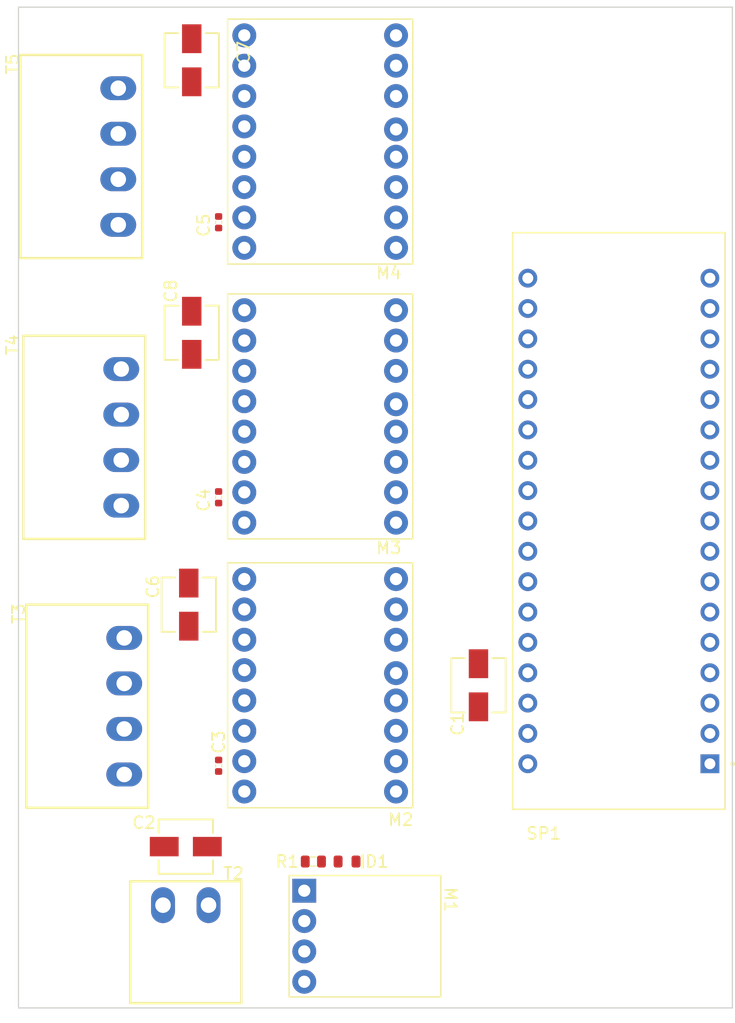
<source format=kicad_pcb>
(kicad_pcb (version 20211014) (generator pcbnew)
  (layers (0 "F.Cu" signal) (31 "B.Cu" signal) (34 "B.Paste" user) (35 "F.Paste" user) (36 "B.SilkS" user "B.Silkscreen") (37 "F.SilkS" user "F.Silkscreen") (38 "B.Mask" user) (39 "F.Mask" user) (44 "Edge.Cuts" user))
  (net 0 "")
  (net 1 "+12V")
  (net 2 "GND")
  (net 3 "+24V")
  (net 4 "+3V3")
  (net 5 "Net-(D1-Pad1)")
  (net 7 "/SPI_SDO")
  (net 8 "/SPI_CS0")
  (net 10 "/DRV1_STEP")
  (net 11 "/DRV1_DIR")
  (net 12 "/SPI_SDI")
  (net 13 "/SPI_SCK")
  (net 14 "/ENABLE")
  (net 15 "Net-(M2-Pad13)")
  (net 16 "Net-(M2-Pad11)")
  (net 17 "Net-(M2-Pad14)")
  (net 18 "Net-(M2-Pad12)")
  (net 19 "/SPI_CS1")
  (net 21 "/DRV2_STEP")
  (net 22 "/DRV2_DIR")
  (net 23 "Net-(M3-Pad13)")
  (net 24 "Net-(M3-Pad11)")
  (net 25 "Net-(M3-Pad14)")
  (net 26 "Net-(M3-Pad12)")
  (net 27 "/SPI_CS2")
  (net 29 "/DRV3_STEP")
  (net 30 "/DRV3_DIR")
  (net 31 "Net-(M4-Pad13)")
  (net 32 "Net-(M4-Pad11)")
  (net 33 "Net-(M4-Pad14)")
  (net 34 "Net-(M4-Pad12)")
  (net 36 "/UART_TX")
  (net 37 "/UART_RX")
  (net 38 "/SYS_RESET")
  (net 39 "/MASTER_STEP")
  (net 40 "/MASTER_DIR")
  (footprint "AVR-KiCAD-Lib-Diodes:LED0603" (layer "F.Cu") (at 152.25 116.5)
    (fp_text reference "D1" (at 2.5 0) (layer "F.SilkS"))
    (fp_text value "LTST-C194KGKT")
    (fp_line (start 1.3 -0.5) (end 1.3 0.5) (layer "F.SilkS") (width 0.2))
    (pad "1" smd roundrect locked (at -0.75 0) (size 0.75 1) (layers "F.Cu" "F.Paste" "F.Mask") (net 5 "Net-(D1-Pad1)"))
    (pad "2" smd roundrect locked (at 0.75 0) (size 0.75 1) (layers "F.Cu" "F.Paste" "F.Mask") (net 2 "GND"))
  )
  (footprint "AVR-KiCAD-Lib-Capacitors:UCM1C470MCL1GS" (layer "F.Cu") (at 139 95 -90)
    (fp_text reference "C6" (at -1.5 3 90) (layer "F.SilkS"))
    (fp_text value "UCM1C470MCL1GS" hide)
    (fp_line (start 2.2733 -2.2733) (end -2.2733 -2.2733) (layer "F.SilkS") (width 0.1524))
    (fp_line (start -2.2733 1.14554) (end -2.2733 2.2733) (layer "F.SilkS") (width 0.1524))
    (fp_line (start -2.2733 -2.2733) (end -2.2733 -1.14554) (layer "F.SilkS") (width 0.1524))
    (fp_line (start 2.2733 2.2733) (end 2.2733 1.14554) (layer "F.SilkS") (width 0.1524))
    (fp_line (start -2.2733 2.2733) (end 2.2733 2.2733) (layer "F.SilkS") (width 0.1524))
    (fp_line (start 2.2733 -1.14554) (end 2.2733 -2.2733) (layer "F.SilkS") (width 0.1524))
    (pad "1" smd rect locked (at -1.8034 0 270) (size 2.413 1.6256) (layers "F.Cu" "F.Paste" "F.Mask") (net 3 "+24V"))
    (pad "2" smd rect locked (at 1.8034 0 270) (size 2.413 1.6256) (layers "F.Cu" "F.Paste" "F.Mask") (net 2 "GND"))
  )
  (footprint "AVR-KiCAD-Lib-Resistors:R0603" (layer "F.Cu") (at 149.43 116.5)
    (fp_text reference "R1" (at -2.18 0) (layer "F.SilkS"))
    (fp_text value "AT0603FRE0710KL")
    (fp_line (start -0.254 0.381) (end 0.254 0.381) (layer "F.SilkS") (width 0.1))
    (fp_line (start -0.254 -0.381) (end 0.254 -0.381) (layer "F.SilkS") (width 0.1))
    (pad "1" smd roundrect locked (at -0.68 0) (size 0.74 1) (layers "F.Cu" "F.Paste" "F.Mask") (net 1 "+12V"))
    (pad "2" smd roundrect locked (at 0.68 0) (size 0.74 1) (layers "F.Cu" "F.Paste" "F.Mask") (net 5 "Net-(D1-Pad1)"))
  )
  (footprint "AVR-KiCAD-Lib-Capacitors:UCM1C470MCL1GS" (layer "F.Cu") (at 139.25 72.25 -90)
    (fp_text reference "C8" (at -3.5 1.75 90) (layer "F.SilkS"))
    (fp_text value "UCM1C470MCL1GS" hide)
    (fp_line (start -2.2733 1.14554) (end -2.2733 2.2733) (layer "F.SilkS") (width 0.1524))
    (fp_line (start 2.2733 -1.14554) (end 2.2733 -2.2733) (layer "F.SilkS") (width 0.1524))
    (fp_line (start -2.2733 -2.2733) (end -2.2733 -1.14554) (layer "F.SilkS") (width 0.1524))
    (fp_line (start -2.2733 2.2733) (end 2.2733 2.2733) (layer "F.SilkS") (width 0.1524))
    (fp_line (start 2.2733 -2.2733) (end -2.2733 -2.2733) (layer "F.SilkS") (width 0.1524))
    (fp_line (start 2.2733 2.2733) (end 2.2733 1.14554) (layer "F.SilkS") (width 0.1524))
    (pad "1" smd rect locked (at -1.8034 0 270) (size 2.413 1.6256) (layers "F.Cu" "F.Paste" "F.Mask") (net 3 "+24V"))
    (pad "2" smd rect locked (at 1.8034 0 270) (size 2.413 1.6256) (layers "F.Cu" "F.Paste" "F.Mask") (net 2 "GND"))
  )
  (footprint "AVR-KiCAD-Lib-Resistors:R0402" (layer "F.Cu") (at 141.5 108.483 -90)
    (fp_text reference "C3" (at -1.983 0 90) (layer "F.SilkS"))
    (fp_text value "C0402C104K9PACTU")
    (fp_line (start -0.127 0.254) (end 0.127 0.254) (layer "F.SilkS") (width 0.1))
    (fp_line (start -0.127 -0.254) (end 0.127 -0.254) (layer "F.SilkS") (width 0.1))
    (pad "1" smd roundrect locked (at -0.483 0 270) (size 0.559 0.61) (layers "F.Cu" "F.Paste" "F.Mask") (net 4 "+3V3"))
    (pad "2" smd roundrect locked (at 0.483 0 270) (size 0.559 0.61) (layers "F.Cu" "F.Paste" "F.Mask") (net 2 "GND"))
  )
  (footprint "AVR-KiCAD-Lib-Modules:TMCSILENTSTEPSTICK_SPI" (layer "F.Cu") (at 150 79.25 180)
    (fp_text reference "M3" (at -5.75 -11) (layer "F.SilkS"))
    (fp_text value "TMCSILENTSTEPSTICK")
    (fp_line (start 7.75 10.25) (end 7.75 -10.25) (layer "F.SilkS") (width 0.12))
    (fp_line (start -7.75 -10.25) (end -7.75 10.25) (layer "F.SilkS") (width 0.12))
    (fp_line (start 7.75 -10.25) (end -7.75 -10.25) (layer "F.SilkS") (width 0.12))
    (fp_line (start -7.75 10.25) (end 7.75 10.25) (layer "F.SilkS") (width 0.12))
    (pad "1" thru_hole circle locked (at -6.35 -8.89 180) (size 2 2) (drill 1.02) (layers *.Cu *.Mask) (net 22 "/DRV2_DIR"))
    (pad "2" thru_hole circle locked (at -6.35 -6.35 180) (size 2 2) (drill 1.02) (layers *.Cu *.Mask) (net 21 "/DRV2_STEP"))
    (pad "3" thru_hole circle locked (at -6.35 -3.81 180) (size 2 2) (drill 1.02) (layers *.Cu *.Mask))
    (pad "4" thru_hole circle locked (at -6.35 -1.27 180) (size 2 2) (drill 1.02) (layers *.Cu *.Mask) (net 7 "/SPI_SDO"))
    (pad "5" thru_hole circle locked (at -6.35 1.02 180) (size 2 2) (drill 1.02) (layers *.Cu *.Mask) (net 19 "/SPI_CS1"))
    (pad "6" thru_hole circle locked (at -6.35 3.81 180) (size 2 2) (drill 1.02) (layers *.Cu *.Mask) (net 12 "/SPI_SDI"))
    (pad "7" thru_hole circle locked (at -6.35 6.35 180) (size 2 2) (drill 1.02) (layers *.Cu *.Mask) (net 13 "/SPI_SCK"))
    (pad "8" thru_hole circle locked (at -6.35 8.89 180) (size 2 2) (drill 1.02) (layers *.Cu *.Mask) (net 14 "/ENABLE"))
    (pad "9" thru_hole circle locked (at 6.35 8.89) (size 2 2) (drill 1.02) (layers *.Cu *.Mask) (net 3 "+24V"))
    (pad "10" thru_hole circle locked (at 6.35 6.35) (size 2 2) (drill 1.02) (layers *.Cu *.Mask) (net 2 "GND"))
    (pad "11" thru_hole circle locked (at 6.35 3.81) (size 2 2) (drill 1.02) (layers *.Cu *.Mask) (net 24 "Net-(M3-Pad11)"))
    (pad "12" thru_hole circle locked (at 6.35 1.27) (size 2 2) (drill 1.02) (layers *.Cu *.Mask) (net 26 "Net-(M3-Pad12)"))
    (pad "13" thru_hole circle locked (at 6.35 -1.27) (size 2 2) (drill 1.02) (layers *.Cu *.Mask) (net 23 "Net-(M3-Pad13)"))
    (pad "14" thru_hole circle locked (at 6.35 -3.81) (size 2 2) (drill 1.02) (layers *.Cu *.Mask) (net 25 "Net-(M3-Pad14)"))
    (pad "15" thru_hole circle locked (at 6.35 -6.35) (size 2 2) (drill 1.02) (layers *.Cu *.Mask) (net 4 "+3V3"))
    (pad "16" thru_hole circle locked (at 6.35 -8.89) (size 2 2) (drill 1.02) (layers *.Cu *.Mask) (net 2 "GND"))
  )
  (footprint "AVR-KiCAD-Lib-Capacitors:UCM1C470MCL1GS" (layer "F.Cu") (at 139.25 49.4466 -90)
    (fp_text reference "C7" (at -0.65 -4.35 90) (layer "F.SilkS"))
    (fp_text value "UCM1C470MCL1GS" hide)
    (fp_line (start -2.2733 -2.2733) (end -2.2733 -1.14554) (layer "F.SilkS") (width 0.1524))
    (fp_line (start 2.2733 2.2733) (end 2.2733 1.14554) (layer "F.SilkS") (width 0.1524))
    (fp_line (start -2.2733 2.2733) (end 2.2733 2.2733) (layer "F.SilkS") (width 0.1524))
    (fp_line (start 2.2733 -2.2733) (end -2.2733 -2.2733) (layer "F.SilkS") (width 0.1524))
    (fp_line (start -2.2733 1.14554) (end -2.2733 2.2733) (layer "F.SilkS") (width 0.1524))
    (fp_line (start 2.2733 -1.14554) (end 2.2733 -2.2733) (layer "F.SilkS") (width 0.1524))
    (pad "1" smd rect locked (at -1.8034 0 270) (size 2.413 1.6256) (layers "F.Cu" "F.Paste" "F.Mask") (net 3 "+24V"))
    (pad "2" smd rect locked (at 1.8034 0 270) (size 2.413 1.6256) (layers "F.Cu" "F.Paste" "F.Mask") (net 2 "GND"))
  )
  (footprint "AVR-KiCAD-Lib-Connectors:0395121004" (layer "F.Cu") (at 133.1 57.5 -90)
    (fp_text reference "T5" (at -7.75 8.85 90) (layer "F.SilkS"))
    (fp_text value "0395121004")
    (fp_line (start -8.5 8.2) (end 8.5 8.2) (layer "F.SilkS") (width 0.2))
    (fp_line (start 8.5 -2) (end 8.5 8.2) (layer "F.SilkS") (width 0.2))
    (fp_line (start -8.5 -2) (end 8.5 -2) (layer "F.SilkS") (width 0.2))
    (fp_line (start -8.5 -2) (end -8.5 8.2) (layer "F.SilkS") (width 0.2))
    (pad "1" thru_hole oval locked (at -5.715 0 270) (size 2 3) (drill 1.3) (layers *.Cu *.Mask) (net 32 "Net-(M4-Pad11)"))
    (pad "2" thru_hole oval locked (at -1.905 0 270) (size 2 3) (drill 1.3) (layers *.Cu *.Mask) (net 34 "Net-(M4-Pad12)"))
    (pad "3" thru_hole oval locked (at 1.905 0 270) (size 2 3) (drill 1.3) (layers *.Cu *.Mask) (net 31 "Net-(M4-Pad13)"))
    (pad "4" thru_hole oval locked (at 5.715 0 270) (size 2 3) (drill 1.3) (layers *.Cu *.Mask) (net 33 "Net-(M4-Pad14)"))
  )
  (footprint "AVR-KiCAD-Lib-Modules:TMCSILENTSTEPSTICK_SPI" (layer "F.Cu") (at 150 101.75 180)
    (fp_text reference "M2" (at -6.75 -11.25) (layer "F.SilkS"))
    (fp_text value "TMCSILENTSTEPSTICK")
    (fp_line (start -7.75 10.25) (end 7.75 10.25) (layer "F.SilkS") (width 0.12))
    (fp_line (start -7.75 -10.25) (end -7.75 10.25) (layer "F.SilkS") (width 0.12))
    (fp_line (start 7.75 10.25) (end 7.75 -10.25) (layer "F.SilkS") (width 0.12))
    (fp_line (start 7.75 -10.25) (end -7.75 -10.25) (layer "F.SilkS") (width 0.12))
    (pad "1" thru_hole circle locked (at -6.35 -8.89 180) (size 2 2) (drill 1.02) (layers *.Cu *.Mask) (net 11 "/DRV1_DIR"))
    (pad "2" thru_hole circle locked (at -6.35 -6.35 180) (size 2 2) (drill 1.02) (layers *.Cu *.Mask) (net 10 "/DRV1_STEP"))
    (pad "3" thru_hole circle locked (at -6.35 -3.81 180) (size 2 2) (drill 1.02) (layers *.Cu *.Mask))
    (pad "4" thru_hole circle locked (at -6.35 -1.27 180) (size 2 2) (drill 1.02) (layers *.Cu *.Mask) (net 7 "/SPI_SDO"))
    (pad "5" thru_hole circle locked (at -6.35 1.02 180) (size 2 2) (drill 1.02) (layers *.Cu *.Mask) (net 8 "/SPI_CS0"))
    (pad "6" thru_hole circle locked (at -6.35 3.81 180) (size 2 2) (drill 1.02) (layers *.Cu *.Mask) (net 12 "/SPI_SDI"))
    (pad "7" thru_hole circle locked (at -6.35 6.35 180) (size 2 2) (drill 1.02) (layers *.Cu *.Mask) (net 13 "/SPI_SCK"))
    (pad "8" thru_hole circle locked (at -6.35 8.89 180) (size 2 2) (drill 1.02) (layers *.Cu *.Mask) (net 14 "/ENABLE"))
    (pad "9" thru_hole circle locked (at 6.35 8.89) (size 2 2) (drill 1.02) (layers *.Cu *.Mask) (net 3 "+24V"))
    (pad "10" thru_hole circle locked (at 6.35 6.35) (size 2 2) (drill 1.02) (layers *.Cu *.Mask) (net 2 "GND"))
    (pad "11" thru_hole circle locked (at 6.35 3.81) (size 2 2) (drill 1.02) (layers *.Cu *.Mask) (net 16 "Net-(M2-Pad11)"))
    (pad "12" thru_hole circle locked (at 6.35 1.27) (size 2 2) (drill 1.02) (layers *.Cu *.Mask) (net 18 "Net-(M2-Pad12)"))
    (pad "13" thru_hole circle locked (at 6.35 -1.27) (size 2 2) (drill 1.02) (layers *.Cu *.Mask) (net 15 "Net-(M2-Pad13)"))
    (pad "14" thru_hole circle locked (at 6.35 -3.81) (size 2 2) (drill 1.02) (layers *.Cu *.Mask) (net 17 "Net-(M2-Pad14)"))
    (pad "15" thru_hole circle locked (at 6.35 -6.35) (size 2 2) (drill 1.02) (layers *.Cu *.Mask) (net 4 "+3V3"))
    (pad "16" thru_hole circle locked (at 6.35 -8.89) (size 2 2) (drill 1.02) (layers *.Cu *.Mask) (net 2 "GND"))
  )
  (footprint "AVR-KiCAD-Lib-Capacitors:UCM1C470MCL1GS" (layer "F.Cu") (at 163.25 101.75 90)
    (fp_text reference "C1" (at -3.25 -1.75 90) (layer "F.SilkS"))
    (fp_text value "UCM1C470MCL1GS" hide)
    (fp_line (start -2.2733 2.2733) (end 2.2733 2.2733) (layer "F.SilkS") (width 0.1524))
    (fp_line (start -2.2733 1.14554) (end -2.2733 2.2733) (layer "F.SilkS") (width 0.1524))
    (fp_line (start -2.2733 -2.2733) (end -2.2733 -1.14554) (layer "F.SilkS") (width 0.1524))
    (fp_line (start 2.2733 -2.2733) (end -2.2733 -2.2733) (layer "F.SilkS") (width 0.1524))
    (fp_line (start 2.2733 -1.14554) (end 2.2733 -2.2733) (layer "F.SilkS") (width 0.1524))
    (fp_line (start 2.2733 2.2733) (end 2.2733 1.14554) (layer "F.SilkS") (width 0.1524))
    (pad "1" smd rect locked (at -1.8034 0 90) (size 2.413 1.6256) (layers "F.Cu" "F.Paste" "F.Mask") (net 1 "+12V"))
    (pad "2" smd rect locked (at 1.8034 0 90) (size 2.413 1.6256) (layers "F.Cu" "F.Paste" "F.Mask") (net 2 "GND"))
  )
  (footprint "AVR-KiCAD-Lib-Resistors:R0402" (layer "F.Cu") (at 141.5 86.017 -90)
    (fp_text reference "C4" (at 0.233 1.25 90) (layer "F.SilkS"))
    (fp_text value "C0402C104K9PACTU")
    (fp_line (start -0.127 -0.254) (end 0.127 -0.254) (layer "F.SilkS") (width 0.1))
    (fp_line (start -0.127 0.254) (end 0.127 0.254) (layer "F.SilkS") (width 0.1))
    (pad "1" smd roundrect locked (at -0.483 0 270) (size 0.559 0.61) (layers "F.Cu" "F.Paste" "F.Mask") (net 4 "+3V3"))
    (pad "2" smd roundrect locked (at 0.483 0 270) (size 0.559 0.61) (layers "F.Cu" "F.Paste" "F.Mask") (net 2 "GND"))
  )
  (footprint "AVR-KiCAD-Lib-Resistors:R0402" (layer "F.Cu") (at 141.5 63 -90)
    (fp_text reference "C5" (at 0.25 1.25 90) (layer "F.SilkS"))
    (fp_text value "C0402C104K9PACTU")
    (fp_line (start -0.127 0.254) (end 0.127 0.254) (layer "F.SilkS") (width 0.1))
    (fp_line (start -0.127 -0.254) (end 0.127 -0.254) (layer "F.SilkS") (width 0.1))
    (pad "1" smd roundrect locked (at -0.483 0 270) (size 0.559 0.61) (layers "F.Cu" "F.Paste" "F.Mask") (net 4 "+3V3"))
    (pad "2" smd roundrect locked (at 0.483 0 270) (size 0.559 0.61) (layers "F.Cu" "F.Paste" "F.Mask") (net 2 "GND"))
  )
  (footprint "AVR-KiCAD-Lib-Special:ARDUINO_A000053" (layer "F.Cu") (at 175 88 180)
    (fp_text reference "SP1" (at 6.285 -26.15) (layer "F.SilkS"))
    (fp_text value "Arduino_Micro")
    (fp_line (start -8.89 24.13) (end -8.89 -24.13) (layer "F.SilkS") (width 0.127))
    (fp_line (start 8.89 24.13) (end 8.89 -24.13) (layer "F.SilkS") (width 0.127))
    (fp_line (start -8.89 -24.13) (end 8.89 -24.13) (layer "F.SilkS") (width 0.127))
    (fp_line (start -8.89 24.13) (end 8.89 24.13) (layer "F.SilkS") (width 0.127))
    (fp_circle (center -9.525 -20.32) (end -9.425 -20.32) (layer "F.SilkS") (width 0.2) (fill none))
    (pad "" np_thru_hole circle locked (at -7.62 22.86 180) (size 1.2 1.2) (drill 1.2) (layers *.Cu *.Mask))
    (pad "" np_thru_hole circle locked (at -7.62 -22.86 180) (size 1.2 1.2) (drill 1.2) (layers *.Cu *.Mask))
    (pad "" np_thru_hole circle locked (at 7.62 22.86 180) (size 1.2 1.2) (drill 1.2) (layers *.Cu *.Mask))
    (pad "" np_thru_hole circle locked (at 7.62 -22.86 180) (size 1.2 1.2) (drill 1.2) (layers *.Cu *.Mask))
    (pad "1" thru_hole rect locked (at -7.62 -20.32 180) (size 1.5748 1.5748) (drill 0.9144) (layers *.Cu *.Mask) (net 13 "/SPI_SCK"))
    (pad "2" thru_hole circle locked (at -7.62 -17.78 180) (size 1.5748 1.5748) (drill 0.9144) (layers *.Cu *.Mask))
    (pad "3" thru_hole circle locked (at -7.62 -15.24 180) (size 1.5748 1.5748) (drill 0.9144) (layers *.Cu *.Mask) (net 36 "/UART_TX"))
    (pad "4" thru_hole circle locked (at -7.62 -12.7 180) (size 1.5748 1.5748) (drill 0.9144) (layers *.Cu *.Mask) (net 37 "/UART_RX"))
    (pad "5" thru_hole circle locked (at -7.62 -10.16 180) (size 1.5748 1.5748) (drill 0.9144) (layers *.Cu *.Mask) (net 38 "/SYS_RESET"))
    (pad "6" thru_hole circle locked (at -7.62 -7.62 180) (size 1.5748 1.5748) (drill 0.9144) (layers *.Cu *.Mask) (net 2 "GND"))
    (pad "7" thru_hole circle locked (at -7.62 -5.08 180) (size 1.5748 1.5748) (drill 0.9144) (layers *.Cu *.Mask) (net 39 "/MASTER_STEP"))
    (pad "8" thru_hole circle locked (at -7.62 -2.54 180) (size 1.5748 1.5748) (drill 0.9144) (layers *.Cu *.Mask) (net 40 "/MASTER_DIR"))
    (pad "9" thru_hole circle locked (at -7.62 0 180) (size 1.5748 1.5748) (drill 0.9144) (layers *.Cu *.Mask))
    (pad "10" thru_hole circle locked (at -7.62 2.54 180) (size 1.5748 1.5748) (drill 0.9144) (layers *.Cu *.Mask) (net 11 "/DRV1_DIR"))
    (pad "11" thru_hole circle locked (at -7.62 5.08 180) (size 1.5748 1.5748) (drill 0.9144) (layers *.Cu *.Mask) (net 10 "/DRV1_STEP"))
    (pad "12" thru_hole circle locked (at -7.62 7.62 180) (size 1.5748 1.5748) (drill 0.9144) (layers *.Cu *.Mask) (net 8 "/SPI_CS0"))
    (pad "13" thru_hole circle locked (at -7.62 10.16 180) (size 1.5748 1.5748) (drill 0.9144) (layers *.Cu *.Mask) (net 22 "/DRV2_DIR"))
    (pad "14" thru_hole circle locked (at -7.62 12.7 180) (size 1.5748 1.5748) (drill 0.9144) (layers *.Cu *.Mask) (net 21 "/DRV2_STEP"))
    (pad "15" thru_hole circle locked (at -7.62 15.24 180) (size 1.5748 1.5748) (drill 0.9144) (layers *.Cu *.Mask) (net 19 "/SPI_CS1"))
    (pad "16" thru_hole circle locked (at -7.62 17.78 180) (size 1.5748 1.5748) (drill 0.9144) (layers *.Cu *.Mask) (net 30 "/DRV3_DIR"))
    (pad "17" thru_hole circle locked (at -7.62 20.32 180) (size 1.5748 1.5748) (drill 0.9144) (layers *.Cu *.Mask) (net 29 "/DRV3_STEP"))
    (pad "18" thru_hole circle locked (at 7.62 20.32 180) (size 1.5748 1.5748) (drill 0.9144) (layers *.Cu *.Mask) (net 27 "/SPI_CS2"))
    (pad "19" thru_hole circle locked (at 7.62 17.78 180) (size 1.5748 1.5748) (drill 0.9144) (layers *.Cu *.Mask))
    (pad "20" thru_hole circle locked (at 7.62 15.24 180) (size 1.5748 1.5748) (drill 0.9144) (layers *.Cu *.Mask))
    (pad "21" thru_hole circle locked (at 7.62 12.7 180) (size 1.5748 1.5748) (drill 0.9144) (layers *.Cu *.Mask))
    (pad "22" thru_hole circle locked (at 7.62 10.16 180) (size 1.5748 1.5748) (drill 0.9144) (layers *.Cu *.Mask))
    (pad "23" thru_hole circle locked (at 7.62 7.62 180) (size 1.5748 1.5748) (drill 0.9144) (layers *.Cu *.Mask))
    (pad "24" thru_hole circle locked (at 7.62 5.08 180) (size 1.5748 1.5748) (drill 0.9144) (layers *.Cu *.Mask))
    (pad "25" thru_hole circle locked (at 7.62 2.54 180) (size 1.5748 1.5748) (drill 0.9144) (layers *.Cu *.Mask))
    (pad "26" thru_hole circle locked (at 7.62 0 180) (size 1.5748 1.5748) (drill 0.9144) (layers *.Cu *.Mask))
    (pad "27" thru_hole circle locked (at 7.62 -2.54 180) (size 1.5748 1.5748) (drill 0.9144) (layers *.Cu *.Mask))
    (pad "28" thru_hole circle locked (at 7.62 -5.08 180) (size 1.5748 1.5748) (drill 0.9144) (layers *.Cu *.Mask))
    (pad "29" thru_hole circle locked (at 7.62 -7.62 180) (size 1.5748 1.5748) (drill 0.9144) (layers *.Cu *.Mask))
    (pad "30" thru_hole circle locked (at 7.62 -10.16 180) (size 1.5748 1.5748) (drill 0.9144) (layers *.Cu *.Mask) (net 38 "/SYS_RESET"))
    (pad "31" thru_hole circle locked (at 7.62 -12.7 180) (size 1.5748 1.5748) (drill 0.9144) (layers *.Cu *.Mask) (net 2 "GND"))
    (pad "32" thru_hole circle locked (at 7.62 -15.24 180) (size 1.5748 1.5748) (drill 0.9144) (layers *.Cu *.Mask) (net 1 "+12V"))
    (pad "33" thru_hole circle locked (at 7.62 -17.78 180) (size 1.5748 1.5748) (drill 0.9144) (layers *.Cu *.Mask) (net 7 "/SPI_SDO"))
    (pad "34" thru_hole circle locked (at 7.62 -20.32 180) (size 1.5748 1.5748) (drill 0.9144) (layers *.Cu *.Mask) (net 12 "/SPI_SDI"))
  )
  (footprint "AVR-KiCAD-Lib-Connectors:0395121004" (layer "F.Cu") (at 133.35 81 -90)
    (fp_text reference "T4" (at -7.75 9.1 90) (layer "F.SilkS"))
    (fp_text value "0395121004")
    (fp_line (start 8.5 -2) (end 8.5 8.2) (layer "F.SilkS") (width 0.2))
    (fp_line (start -8.5 8.2) (end 8.5 8.2) (layer "F.SilkS") (width 0.2))
    (fp_line (start -8.5 -2) (end 8.5 -2) (layer "F.SilkS") (width 0.2))
    (fp_line (start -8.5 -2) (end -8.5 8.2) (layer "F.SilkS") (width 0.2))
    (pad "1" thru_hole oval locked (at -5.715 0 270) (size 2 3) (drill 1.3) (layers *.Cu *.Mask) (net 24 "Net-(M3-Pad11)"))
    (pad "2" thru_hole oval locked (at -1.905 0 270) (size 2 3) (drill 1.3) (layers *.Cu *.Mask) (net 26 "Net-(M3-Pad12)"))
    (pad "3" thru_hole oval locked (at 1.905 0 270) (size 2 3) (drill 1.3) (layers *.Cu *.Mask) (net 23 "Net-(M3-Pad13)"))
    (pad "4" thru_hole oval locked (at 5.715 0 270) (size 2 3) (drill 1.3) (layers *.Cu *.Mask) (net 25 "Net-(M3-Pad14)"))
  )
  (footprint "AVR-KiCAD-Lib-Modules:TMCSILENTSTEPSTICK_SPI" (layer "F.Cu") (at 150 56.25 180)
    (fp_text reference "M4" (at -5.75 -11) (layer "F.SilkS"))
    (fp_text value "TMCSILENTSTEPSTICK")
    (fp_line (start -7.75 10.25) (end 7.75 10.25) (layer "F.SilkS") (width 0.12))
    (fp_line (start -7.75 -10.25) (end -7.75 10.25) (layer "F.SilkS") (width 0.12))
    (fp_line (start 7.75 -10.25) (end -7.75 -10.25) (layer "F.SilkS") (width 0.12))
    (fp_line (start 7.75 10.25) (end 7.75 -10.25) (layer "F.SilkS") (width 0.12))
    (pad "1" thru_hole circle locked (at -6.35 -8.89 180) (size 2 2) (drill 1.02) (layers *.Cu *.Mask) (net 30 "/DRV3_DIR"))
    (pad "2" thru_hole circle locked (at -6.35 -6.35 180) (size 2 2) (drill 1.02) (layers *.Cu *.Mask) (net 29 "/DRV3_STEP"))
    (pad "3" thru_hole circle locked (at -6.35 -3.81 180) (size 2 2) (drill 1.02) (layers *.Cu *.Mask))
    (pad "4" thru_hole circle locked (at -6.35 -1.27 180) (size 2 2) (drill 1.02) (layers *.Cu *.Mask) (net 7 "/SPI_SDO"))
    (pad "5" thru_hole circle locked (at -6.35 1.02 180) (size 2 2) (drill 1.02) (layers *.Cu *.Mask) (net 27 "/SPI_CS2"))
    (pad "6" thru_hole circle locked (at -6.35 3.81 180) (size 2 2) (drill 1.02) (layers *.Cu *.Mask) (net 12 "/SPI_SDI"))
    (pad "7" thru_hole circle locked (at -6.35 6.35 180) (size 2 2) (drill 1.02) (layers *.Cu *.Mask) (net 13 "/SPI_SCK"))
    (pad "8" thru_hole circle locked (at -6.35 8.89 180) (size 2 2) (drill 1.02) (layers *.Cu *.Mask) (net 14 "/ENABLE"))
    (pad "9" thru_hole circle locked (at 6.35 8.89) (size 2 2) (drill 1.02) (layers *.Cu *.Mask) (net 3 "+24V"))
    (pad "10" thru_hole circle locked (at 6.35 6.35) (size 2 2) (drill 1.02) (layers *.Cu *.Mask) (net 2 "GND"))
    (pad "11" thru_hole circle locked (at 6.35 3.81) (size 2 2) (drill 1.02) (layers *.Cu *.Mask) (net 32 "Net-(M4-Pad11)"))
    (pad "12" thru_hole circle locked (at 6.35 1.27) (size 2 2) (drill 1.02) (layers *.Cu *.Mask) (net 34 "Net-(M4-Pad12)"))
    (pad "13" thru_hole circle locked (at 6.35 -1.27) (size 2 2) (drill 1.02) (layers *.Cu *.Mask) (net 31 "Net-(M4-Pad13)"))
    (pad "14" thru_hole circle locked (at 6.35 -3.81) (size 2 2) (drill 1.02) (layers *.Cu *.Mask) (net 33 "Net-(M4-Pad14)"))
    (pad "15" thru_hole circle locked (at 6.35 -6.35) (size 2 2) (drill 1.02) (layers *.Cu *.Mask) (net 4 "+3V3"))
    (pad "16" thru_hole circle locked (at 6.35 -8.89) (size 2 2) (drill 1.02) (layers *.Cu *.Mask) (net 2 "GND"))
  )
  (footprint "AVR-KiCAD-Lib-Connectors:0395121004" (layer "F.Cu") (at 133.6 103.5 -90)
    (fp_text reference "T3" (at -7.75 8.85 90) (layer "F.SilkS"))
    (fp_text value "0395121004")
    (fp_line (start -8.5 -2) (end 8.5 -2) (layer "F.SilkS") (width 0.2))
    (fp_line (start 8.5 -2) (end 8.5 8.2) (layer "F.SilkS") (width 0.2))
    (fp_line (start -8.5 -2) (end -8.5 8.2) (layer "F.SilkS") (width 0.2))
    (fp_line (start -8.5 8.2) (end 8.5 8.2) (layer "F.SilkS") (width 0.2))
    (pad "1" thru_hole oval locked (at -5.715 0 270) (size 2 3) (drill 1.3) (layers *.Cu *.Mask) (net 16 "Net-(M2-Pad11)"))
    (pad "2" thru_hole oval locked (at -1.905 0 270) (size 2 3) (drill 1.3) (layers *.Cu *.Mask) (net 18 "Net-(M2-Pad12)"))
    (pad "3" thru_hole oval locked (at 1.905 0 270) (size 2 3) (drill 1.3) (layers *.Cu *.Mask) (net 15 "Net-(M2-Pad13)"))
    (pad "4" thru_hole oval locked (at 5.715 0 270) (size 2 3) (drill 1.3) (layers *.Cu *.Mask) (net 17 "Net-(M2-Pad14)"))
  )
  (footprint "AVR-KiCAD-Lib-Connectors:0395121002" (layer "F.Cu") (at 138.75 120.15)
    (fp_text reference "T2" (at 4 -2.65) (layer "F.SilkS"))
    (fp_text value "0395121002")
    (fp_line (start -4.65 -2) (end -4.65 8.2) (layer "F.SilkS") (width 0.2))
    (fp_line (start -4.65 -2) (end 4.65 -2) (layer "F.SilkS") (width 0.2))
    (fp_line (start -4.65 8.2) (end 4.65 8.2) (layer "F.SilkS") (width 0.2))
    (fp_line (start 4.65 -2) (end 4.65 8.2) (layer "F.SilkS") (width 0.2))
    (pad "1" thru_hole oval locked (at -1.905 0) (size 2 3) (drill 1.3) (layers *.Cu *.Mask) (net 3 "+24V"))
    (pad "2" thru_hole oval locked (at 1.905 0) (size 2 3) (drill 1.3) (layers *.Cu *.Mask) (net 2 "GND"))
  )
  (footprint "AVR-KiCAD-Lib-Capacitors:UCM1C470MCL1GS" (layer "F.Cu") (at 138.75 115.25)
    (fp_text reference "C2" (at -3.5 -2) (layer "F.SilkS"))
    (fp_text value "UCM1C470MCL1GS" hide)
    (fp_line (start 2.2733 -1.14554) (end 2.2733 -2.2733) (layer "F.SilkS") (width 0.1524))
    (fp_line (start -2.2733 -2.2733) (end -2.2733 -1.14554) (layer "F.SilkS") (width 0.1524))
    (fp_line (start -2.2733 2.2733) (end 2.2733 2.2733) (layer "F.SilkS") (width 0.1524))
    (fp_line (start 2.2733 2.2733) (end 2.2733 1.14554) (layer "F.SilkS") (width 0.1524))
    (fp_line (start -2.2733 1.14554) (end -2.2733 2.2733) (layer "F.SilkS") (width 0.1524))
    (fp_line (start 2.2733 -2.2733) (end -2.2733 -2.2733) (layer "F.SilkS") (width 0.1524))
    (pad "1" smd rect locked (at -1.8034 0) (size 2.413 1.6256) (layers "F.Cu" "F.Paste" "F.Mask") (net 3 "+24V"))
    (pad "2" smd rect locked (at 1.8034 0) (size 2.413 1.6256) (layers "F.Cu" "F.Paste" "F.Mask") (net 2 "GND"))
  )
  (footprint "AVR-KiCAD-Lib-Modules:D24V5F12" (layer "F.Cu") (at 148.67 118.94 -90)
    (fp_text reference "M1" (at 0.75 -12.25 -90 unlocked) (layer "F.SilkS"))
    (fp_text value "D24V5F12")
    (fp_line (start -1.27 1.27) (end -1.27 -11.43) (layer "F.SilkS") (width 0.12))
    (fp_line (start 8.89 1.27) (end 8.89 -11.43) (layer "F.SilkS") (width 0.12))
    (fp_line (start -1.27 -11.43) (end 8.89 -11.43) (layer "F.SilkS") (width 0.12))
    (fp_line (start -1.27 1.27) (end 8.89 1.27) (layer "F.SilkS") (width 0.12))
    (pad "1" thru_hole rect (at 0 0 270) (size 2 2) (drill 1.02) (layers *.Cu *.Mask) (net 1 "+12V"))
    (pad "2" thru_hole circle (at 2.54 0 270) (size 2 2) (drill 1.02) (layers *.Cu *.Mask) (net 2 "GND"))
    (pad "3" thru_hole circle (at 5.08 0 270) (size 2 2) (drill 1.02) (layers *.Cu *.Mask) (net 3 "+24V"))
    (pad "4" thru_hole circle (at 7.62 0 270) (size 2 2) (drill 1.02) (layers *.Cu *.Mask))
  )
  (gr_line (start 124.75 45) (end 184.5 45) (layer "Edge.Cuts") (width 0.1))
  (gr_line (start 184.5 45) (end 184.5 128.75) (layer "Edge.Cuts") (width 0.1))
  (gr_line (start 124.75 128.75) (end 184.5 128.75) (layer "Edge.Cuts") (width 0.1))
  (gr_line (start 124.75 45) (end 124.75 128.75) (layer "Edge.Cuts") (width 0.1))
)
</source>
